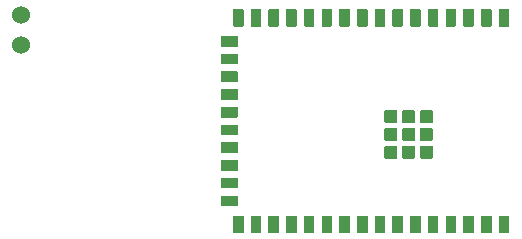
<source format=gbr>
G04 #@! TF.GenerationSoftware,KiCad,Pcbnew,(5.1.12)-1*
G04 #@! TF.CreationDate,2022-01-02T13:29:21+01:00*
G04 #@! TF.ProjectId,20210211_eduino,32303231-3032-4313-915f-656475696e6f,v1.0*
G04 #@! TF.SameCoordinates,Original*
G04 #@! TF.FileFunction,Paste,Bot*
G04 #@! TF.FilePolarity,Positive*
%FSLAX46Y46*%
G04 Gerber Fmt 4.6, Leading zero omitted, Abs format (unit mm)*
G04 Created by KiCad (PCBNEW (5.1.12)-1) date 2022-01-02 13:29:21*
%MOMM*%
%LPD*%
G01*
G04 APERTURE LIST*
%ADD10C,1.524000*%
G04 APERTURE END LIST*
G36*
G01*
X130198900Y-57810000D02*
X129441100Y-57810000D01*
G75*
G02*
X129370000Y-57738900I0J71100D01*
G01*
X129370000Y-56381100D01*
G75*
G02*
X129441100Y-56310000I71100J0D01*
G01*
X130198900Y-56310000D01*
G75*
G02*
X130270000Y-56381100I0J-71100D01*
G01*
X130270000Y-57738900D01*
G75*
G02*
X130198900Y-57810000I-71100J0D01*
G01*
G37*
G36*
G01*
X128698900Y-57810000D02*
X127941100Y-57810000D01*
G75*
G02*
X127870000Y-57738900I0J71100D01*
G01*
X127870000Y-56381100D01*
G75*
G02*
X127941100Y-56310000I71100J0D01*
G01*
X128698900Y-56310000D01*
G75*
G02*
X128770000Y-56381100I0J-71100D01*
G01*
X128770000Y-57738900D01*
G75*
G02*
X128698900Y-57810000I-71100J0D01*
G01*
G37*
G36*
G01*
X127198900Y-57810000D02*
X126441100Y-57810000D01*
G75*
G02*
X126370000Y-57738900I0J71100D01*
G01*
X126370000Y-56381100D01*
G75*
G02*
X126441100Y-56310000I71100J0D01*
G01*
X127198900Y-56310000D01*
G75*
G02*
X127270000Y-56381100I0J-71100D01*
G01*
X127270000Y-57738900D01*
G75*
G02*
X127198900Y-57810000I-71100J0D01*
G01*
G37*
G36*
G01*
X125698900Y-57810000D02*
X124941100Y-57810000D01*
G75*
G02*
X124870000Y-57738900I0J71100D01*
G01*
X124870000Y-56381100D01*
G75*
G02*
X124941100Y-56310000I71100J0D01*
G01*
X125698900Y-56310000D01*
G75*
G02*
X125770000Y-56381100I0J-71100D01*
G01*
X125770000Y-57738900D01*
G75*
G02*
X125698900Y-57810000I-71100J0D01*
G01*
G37*
G36*
G01*
X124198900Y-57810000D02*
X123441100Y-57810000D01*
G75*
G02*
X123370000Y-57738900I0J71100D01*
G01*
X123370000Y-56381100D01*
G75*
G02*
X123441100Y-56310000I71100J0D01*
G01*
X124198900Y-56310000D01*
G75*
G02*
X124270000Y-56381100I0J-71100D01*
G01*
X124270000Y-57738900D01*
G75*
G02*
X124198900Y-57810000I-71100J0D01*
G01*
G37*
G36*
G01*
X122698900Y-57810000D02*
X121941100Y-57810000D01*
G75*
G02*
X121870000Y-57738900I0J71100D01*
G01*
X121870000Y-56381100D01*
G75*
G02*
X121941100Y-56310000I71100J0D01*
G01*
X122698900Y-56310000D01*
G75*
G02*
X122770000Y-56381100I0J-71100D01*
G01*
X122770000Y-57738900D01*
G75*
G02*
X122698900Y-57810000I-71100J0D01*
G01*
G37*
G36*
G01*
X121198900Y-57810000D02*
X120441100Y-57810000D01*
G75*
G02*
X120370000Y-57738900I0J71100D01*
G01*
X120370000Y-56381100D01*
G75*
G02*
X120441100Y-56310000I71100J0D01*
G01*
X121198900Y-56310000D01*
G75*
G02*
X121270000Y-56381100I0J-71100D01*
G01*
X121270000Y-57738900D01*
G75*
G02*
X121198900Y-57810000I-71100J0D01*
G01*
G37*
G36*
G01*
X119698900Y-57810000D02*
X118941100Y-57810000D01*
G75*
G02*
X118870000Y-57738900I0J71100D01*
G01*
X118870000Y-56381100D01*
G75*
G02*
X118941100Y-56310000I71100J0D01*
G01*
X119698900Y-56310000D01*
G75*
G02*
X119770000Y-56381100I0J-71100D01*
G01*
X119770000Y-57738900D01*
G75*
G02*
X119698900Y-57810000I-71100J0D01*
G01*
G37*
G36*
G01*
X118198900Y-57810000D02*
X117441100Y-57810000D01*
G75*
G02*
X117370000Y-57738900I0J71100D01*
G01*
X117370000Y-56381100D01*
G75*
G02*
X117441100Y-56310000I71100J0D01*
G01*
X118198900Y-56310000D01*
G75*
G02*
X118270000Y-56381100I0J-71100D01*
G01*
X118270000Y-57738900D01*
G75*
G02*
X118198900Y-57810000I-71100J0D01*
G01*
G37*
G36*
G01*
X116698900Y-57810000D02*
X115941100Y-57810000D01*
G75*
G02*
X115870000Y-57738900I0J71100D01*
G01*
X115870000Y-56381100D01*
G75*
G02*
X115941100Y-56310000I71100J0D01*
G01*
X116698900Y-56310000D01*
G75*
G02*
X116770000Y-56381100I0J-71100D01*
G01*
X116770000Y-57738900D01*
G75*
G02*
X116698900Y-57810000I-71100J0D01*
G01*
G37*
G36*
G01*
X115198900Y-57810000D02*
X114441100Y-57810000D01*
G75*
G02*
X114370000Y-57738900I0J71100D01*
G01*
X114370000Y-56381100D01*
G75*
G02*
X114441100Y-56310000I71100J0D01*
G01*
X115198900Y-56310000D01*
G75*
G02*
X115270000Y-56381100I0J-71100D01*
G01*
X115270000Y-57738900D01*
G75*
G02*
X115198900Y-57810000I-71100J0D01*
G01*
G37*
G36*
G01*
X113698900Y-57810000D02*
X112941100Y-57810000D01*
G75*
G02*
X112870000Y-57738900I0J71100D01*
G01*
X112870000Y-56381100D01*
G75*
G02*
X112941100Y-56310000I71100J0D01*
G01*
X113698900Y-56310000D01*
G75*
G02*
X113770000Y-56381100I0J-71100D01*
G01*
X113770000Y-57738900D01*
G75*
G02*
X113698900Y-57810000I-71100J0D01*
G01*
G37*
G36*
G01*
X112198900Y-57810000D02*
X111441100Y-57810000D01*
G75*
G02*
X111370000Y-57738900I0J71100D01*
G01*
X111370000Y-56381100D01*
G75*
G02*
X111441100Y-56310000I71100J0D01*
G01*
X112198900Y-56310000D01*
G75*
G02*
X112270000Y-56381100I0J-71100D01*
G01*
X112270000Y-57738900D01*
G75*
G02*
X112198900Y-57810000I-71100J0D01*
G01*
G37*
G36*
G01*
X110698900Y-57810000D02*
X109941100Y-57810000D01*
G75*
G02*
X109870000Y-57738900I0J71100D01*
G01*
X109870000Y-56381100D01*
G75*
G02*
X109941100Y-56310000I71100J0D01*
G01*
X110698900Y-56310000D01*
G75*
G02*
X110770000Y-56381100I0J-71100D01*
G01*
X110770000Y-57738900D01*
G75*
G02*
X110698900Y-57810000I-71100J0D01*
G01*
G37*
G36*
G01*
X109198900Y-57810000D02*
X108441100Y-57810000D01*
G75*
G02*
X108370000Y-57738900I0J71100D01*
G01*
X108370000Y-56381100D01*
G75*
G02*
X108441100Y-56310000I71100J0D01*
G01*
X109198900Y-56310000D01*
G75*
G02*
X109270000Y-56381100I0J-71100D01*
G01*
X109270000Y-57738900D01*
G75*
G02*
X109198900Y-57810000I-71100J0D01*
G01*
G37*
G36*
G01*
X107698900Y-57810000D02*
X106941100Y-57810000D01*
G75*
G02*
X106870000Y-57738900I0J71100D01*
G01*
X106870000Y-56381100D01*
G75*
G02*
X106941100Y-56310000I71100J0D01*
G01*
X107698900Y-56310000D01*
G75*
G02*
X107770000Y-56381100I0J-71100D01*
G01*
X107770000Y-57738900D01*
G75*
G02*
X107698900Y-57810000I-71100J0D01*
G01*
G37*
G36*
G01*
X105820000Y-55438900D02*
X105820000Y-54681100D01*
G75*
G02*
X105891100Y-54610000I71100J0D01*
G01*
X107248900Y-54610000D01*
G75*
G02*
X107320000Y-54681100I0J-71100D01*
G01*
X107320000Y-55438900D01*
G75*
G02*
X107248900Y-55510000I-71100J0D01*
G01*
X105891100Y-55510000D01*
G75*
G02*
X105820000Y-55438900I0J71100D01*
G01*
G37*
G36*
G01*
X105820000Y-53938900D02*
X105820000Y-53181100D01*
G75*
G02*
X105891100Y-53110000I71100J0D01*
G01*
X107248900Y-53110000D01*
G75*
G02*
X107320000Y-53181100I0J-71100D01*
G01*
X107320000Y-53938900D01*
G75*
G02*
X107248900Y-54010000I-71100J0D01*
G01*
X105891100Y-54010000D01*
G75*
G02*
X105820000Y-53938900I0J71100D01*
G01*
G37*
G36*
G01*
X105820000Y-52438900D02*
X105820000Y-51681100D01*
G75*
G02*
X105891100Y-51610000I71100J0D01*
G01*
X107248900Y-51610000D01*
G75*
G02*
X107320000Y-51681100I0J-71100D01*
G01*
X107320000Y-52438900D01*
G75*
G02*
X107248900Y-52510000I-71100J0D01*
G01*
X105891100Y-52510000D01*
G75*
G02*
X105820000Y-52438900I0J71100D01*
G01*
G37*
G36*
G01*
X105820000Y-50938900D02*
X105820000Y-50181100D01*
G75*
G02*
X105891100Y-50110000I71100J0D01*
G01*
X107248900Y-50110000D01*
G75*
G02*
X107320000Y-50181100I0J-71100D01*
G01*
X107320000Y-50938900D01*
G75*
G02*
X107248900Y-51010000I-71100J0D01*
G01*
X105891100Y-51010000D01*
G75*
G02*
X105820000Y-50938900I0J71100D01*
G01*
G37*
G36*
G01*
X105820000Y-49438900D02*
X105820000Y-48681100D01*
G75*
G02*
X105891100Y-48610000I71100J0D01*
G01*
X107248900Y-48610000D01*
G75*
G02*
X107320000Y-48681100I0J-71100D01*
G01*
X107320000Y-49438900D01*
G75*
G02*
X107248900Y-49510000I-71100J0D01*
G01*
X105891100Y-49510000D01*
G75*
G02*
X105820000Y-49438900I0J71100D01*
G01*
G37*
G36*
G01*
X105820000Y-47938900D02*
X105820000Y-47181100D01*
G75*
G02*
X105891100Y-47110000I71100J0D01*
G01*
X107248900Y-47110000D01*
G75*
G02*
X107320000Y-47181100I0J-71100D01*
G01*
X107320000Y-47938900D01*
G75*
G02*
X107248900Y-48010000I-71100J0D01*
G01*
X105891100Y-48010000D01*
G75*
G02*
X105820000Y-47938900I0J71100D01*
G01*
G37*
G36*
G01*
X105820000Y-46438900D02*
X105820000Y-45681100D01*
G75*
G02*
X105891100Y-45610000I71100J0D01*
G01*
X107248900Y-45610000D01*
G75*
G02*
X107320000Y-45681100I0J-71100D01*
G01*
X107320000Y-46438900D01*
G75*
G02*
X107248900Y-46510000I-71100J0D01*
G01*
X105891100Y-46510000D01*
G75*
G02*
X105820000Y-46438900I0J71100D01*
G01*
G37*
G36*
G01*
X105820000Y-44938900D02*
X105820000Y-44181100D01*
G75*
G02*
X105891100Y-44110000I71100J0D01*
G01*
X107248900Y-44110000D01*
G75*
G02*
X107320000Y-44181100I0J-71100D01*
G01*
X107320000Y-44938900D01*
G75*
G02*
X107248900Y-45010000I-71100J0D01*
G01*
X105891100Y-45010000D01*
G75*
G02*
X105820000Y-44938900I0J71100D01*
G01*
G37*
G36*
G01*
X105820000Y-43438900D02*
X105820000Y-42681100D01*
G75*
G02*
X105891100Y-42610000I71100J0D01*
G01*
X107248900Y-42610000D01*
G75*
G02*
X107320000Y-42681100I0J-71100D01*
G01*
X107320000Y-43438900D01*
G75*
G02*
X107248900Y-43510000I-71100J0D01*
G01*
X105891100Y-43510000D01*
G75*
G02*
X105820000Y-43438900I0J71100D01*
G01*
G37*
G36*
G01*
X105820000Y-41938900D02*
X105820000Y-41181100D01*
G75*
G02*
X105891100Y-41110000I71100J0D01*
G01*
X107248900Y-41110000D01*
G75*
G02*
X107320000Y-41181100I0J-71100D01*
G01*
X107320000Y-41938900D01*
G75*
G02*
X107248900Y-42010000I-71100J0D01*
G01*
X105891100Y-42010000D01*
G75*
G02*
X105820000Y-41938900I0J71100D01*
G01*
G37*
G36*
G01*
X106941100Y-38810000D02*
X107698900Y-38810000D01*
G75*
G02*
X107770000Y-38881100I0J-71100D01*
G01*
X107770000Y-40238900D01*
G75*
G02*
X107698900Y-40310000I-71100J0D01*
G01*
X106941100Y-40310000D01*
G75*
G02*
X106870000Y-40238900I0J71100D01*
G01*
X106870000Y-38881100D01*
G75*
G02*
X106941100Y-38810000I71100J0D01*
G01*
G37*
G36*
G01*
X108441100Y-38810000D02*
X109198900Y-38810000D01*
G75*
G02*
X109270000Y-38881100I0J-71100D01*
G01*
X109270000Y-40238900D01*
G75*
G02*
X109198900Y-40310000I-71100J0D01*
G01*
X108441100Y-40310000D01*
G75*
G02*
X108370000Y-40238900I0J71100D01*
G01*
X108370000Y-38881100D01*
G75*
G02*
X108441100Y-38810000I71100J0D01*
G01*
G37*
G36*
G01*
X109941100Y-38810000D02*
X110698900Y-38810000D01*
G75*
G02*
X110770000Y-38881100I0J-71100D01*
G01*
X110770000Y-40238900D01*
G75*
G02*
X110698900Y-40310000I-71100J0D01*
G01*
X109941100Y-40310000D01*
G75*
G02*
X109870000Y-40238900I0J71100D01*
G01*
X109870000Y-38881100D01*
G75*
G02*
X109941100Y-38810000I71100J0D01*
G01*
G37*
G36*
G01*
X111441100Y-38810000D02*
X112198900Y-38810000D01*
G75*
G02*
X112270000Y-38881100I0J-71100D01*
G01*
X112270000Y-40238900D01*
G75*
G02*
X112198900Y-40310000I-71100J0D01*
G01*
X111441100Y-40310000D01*
G75*
G02*
X111370000Y-40238900I0J71100D01*
G01*
X111370000Y-38881100D01*
G75*
G02*
X111441100Y-38810000I71100J0D01*
G01*
G37*
G36*
G01*
X112941100Y-38810000D02*
X113698900Y-38810000D01*
G75*
G02*
X113770000Y-38881100I0J-71100D01*
G01*
X113770000Y-40238900D01*
G75*
G02*
X113698900Y-40310000I-71100J0D01*
G01*
X112941100Y-40310000D01*
G75*
G02*
X112870000Y-40238900I0J71100D01*
G01*
X112870000Y-38881100D01*
G75*
G02*
X112941100Y-38810000I71100J0D01*
G01*
G37*
G36*
G01*
X114441100Y-38810000D02*
X115198900Y-38810000D01*
G75*
G02*
X115270000Y-38881100I0J-71100D01*
G01*
X115270000Y-40238900D01*
G75*
G02*
X115198900Y-40310000I-71100J0D01*
G01*
X114441100Y-40310000D01*
G75*
G02*
X114370000Y-40238900I0J71100D01*
G01*
X114370000Y-38881100D01*
G75*
G02*
X114441100Y-38810000I71100J0D01*
G01*
G37*
G36*
G01*
X115941100Y-38810000D02*
X116698900Y-38810000D01*
G75*
G02*
X116770000Y-38881100I0J-71100D01*
G01*
X116770000Y-40238900D01*
G75*
G02*
X116698900Y-40310000I-71100J0D01*
G01*
X115941100Y-40310000D01*
G75*
G02*
X115870000Y-40238900I0J71100D01*
G01*
X115870000Y-38881100D01*
G75*
G02*
X115941100Y-38810000I71100J0D01*
G01*
G37*
G36*
G01*
X117441100Y-38810000D02*
X118198900Y-38810000D01*
G75*
G02*
X118270000Y-38881100I0J-71100D01*
G01*
X118270000Y-40238900D01*
G75*
G02*
X118198900Y-40310000I-71100J0D01*
G01*
X117441100Y-40310000D01*
G75*
G02*
X117370000Y-40238900I0J71100D01*
G01*
X117370000Y-38881100D01*
G75*
G02*
X117441100Y-38810000I71100J0D01*
G01*
G37*
G36*
G01*
X118941100Y-38810000D02*
X119698900Y-38810000D01*
G75*
G02*
X119770000Y-38881100I0J-71100D01*
G01*
X119770000Y-40238900D01*
G75*
G02*
X119698900Y-40310000I-71100J0D01*
G01*
X118941100Y-40310000D01*
G75*
G02*
X118870000Y-40238900I0J71100D01*
G01*
X118870000Y-38881100D01*
G75*
G02*
X118941100Y-38810000I71100J0D01*
G01*
G37*
G36*
G01*
X120441100Y-38810000D02*
X121198900Y-38810000D01*
G75*
G02*
X121270000Y-38881100I0J-71100D01*
G01*
X121270000Y-40238900D01*
G75*
G02*
X121198900Y-40310000I-71100J0D01*
G01*
X120441100Y-40310000D01*
G75*
G02*
X120370000Y-40238900I0J71100D01*
G01*
X120370000Y-38881100D01*
G75*
G02*
X120441100Y-38810000I71100J0D01*
G01*
G37*
G36*
G01*
X121941100Y-38810000D02*
X122698900Y-38810000D01*
G75*
G02*
X122770000Y-38881100I0J-71100D01*
G01*
X122770000Y-40238900D01*
G75*
G02*
X122698900Y-40310000I-71100J0D01*
G01*
X121941100Y-40310000D01*
G75*
G02*
X121870000Y-40238900I0J71100D01*
G01*
X121870000Y-38881100D01*
G75*
G02*
X121941100Y-38810000I71100J0D01*
G01*
G37*
G36*
G01*
X123441100Y-38810000D02*
X124198900Y-38810000D01*
G75*
G02*
X124270000Y-38881100I0J-71100D01*
G01*
X124270000Y-40238900D01*
G75*
G02*
X124198900Y-40310000I-71100J0D01*
G01*
X123441100Y-40310000D01*
G75*
G02*
X123370000Y-40238900I0J71100D01*
G01*
X123370000Y-38881100D01*
G75*
G02*
X123441100Y-38810000I71100J0D01*
G01*
G37*
G36*
G01*
X124941100Y-38810000D02*
X125698900Y-38810000D01*
G75*
G02*
X125770000Y-38881100I0J-71100D01*
G01*
X125770000Y-40238900D01*
G75*
G02*
X125698900Y-40310000I-71100J0D01*
G01*
X124941100Y-40310000D01*
G75*
G02*
X124870000Y-40238900I0J71100D01*
G01*
X124870000Y-38881100D01*
G75*
G02*
X124941100Y-38810000I71100J0D01*
G01*
G37*
G36*
G01*
X126441100Y-38810000D02*
X127198900Y-38810000D01*
G75*
G02*
X127270000Y-38881100I0J-71100D01*
G01*
X127270000Y-40238900D01*
G75*
G02*
X127198900Y-40310000I-71100J0D01*
G01*
X126441100Y-40310000D01*
G75*
G02*
X126370000Y-40238900I0J71100D01*
G01*
X126370000Y-38881100D01*
G75*
G02*
X126441100Y-38810000I71100J0D01*
G01*
G37*
G36*
G01*
X127941100Y-38810000D02*
X128698900Y-38810000D01*
G75*
G02*
X128770000Y-38881100I0J-71100D01*
G01*
X128770000Y-40238900D01*
G75*
G02*
X128698900Y-40310000I-71100J0D01*
G01*
X127941100Y-40310000D01*
G75*
G02*
X127870000Y-40238900I0J71100D01*
G01*
X127870000Y-38881100D01*
G75*
G02*
X127941100Y-38810000I71100J0D01*
G01*
G37*
G36*
G01*
X129441100Y-38810000D02*
X130198900Y-38810000D01*
G75*
G02*
X130270000Y-38881100I0J-71100D01*
G01*
X130270000Y-40238900D01*
G75*
G02*
X130198900Y-40310000I-71100J0D01*
G01*
X129441100Y-40310000D01*
G75*
G02*
X129370000Y-40238900I0J71100D01*
G01*
X129370000Y-38881100D01*
G75*
G02*
X129441100Y-38810000I71100J0D01*
G01*
G37*
G36*
G01*
X122781900Y-50400000D02*
X123708100Y-50400000D01*
G75*
G02*
X123795000Y-50486900I0J-86900D01*
G01*
X123795000Y-51413100D01*
G75*
G02*
X123708100Y-51500000I-86900J0D01*
G01*
X122781900Y-51500000D01*
G75*
G02*
X122695000Y-51413100I0J86900D01*
G01*
X122695000Y-50486900D01*
G75*
G02*
X122781900Y-50400000I86900J0D01*
G01*
G37*
G36*
G01*
X122781900Y-48900000D02*
X123708100Y-48900000D01*
G75*
G02*
X123795000Y-48986900I0J-86900D01*
G01*
X123795000Y-49913100D01*
G75*
G02*
X123708100Y-50000000I-86900J0D01*
G01*
X122781900Y-50000000D01*
G75*
G02*
X122695000Y-49913100I0J86900D01*
G01*
X122695000Y-48986900D01*
G75*
G02*
X122781900Y-48900000I86900J0D01*
G01*
G37*
G36*
G01*
X122781900Y-47400000D02*
X123708100Y-47400000D01*
G75*
G02*
X123795000Y-47486900I0J-86900D01*
G01*
X123795000Y-48413100D01*
G75*
G02*
X123708100Y-48500000I-86900J0D01*
G01*
X122781900Y-48500000D01*
G75*
G02*
X122695000Y-48413100I0J86900D01*
G01*
X122695000Y-47486900D01*
G75*
G02*
X122781900Y-47400000I86900J0D01*
G01*
G37*
G36*
G01*
X121281900Y-50400000D02*
X122208100Y-50400000D01*
G75*
G02*
X122295000Y-50486900I0J-86900D01*
G01*
X122295000Y-51413100D01*
G75*
G02*
X122208100Y-51500000I-86900J0D01*
G01*
X121281900Y-51500000D01*
G75*
G02*
X121195000Y-51413100I0J86900D01*
G01*
X121195000Y-50486900D01*
G75*
G02*
X121281900Y-50400000I86900J0D01*
G01*
G37*
G36*
G01*
X121281900Y-48900000D02*
X122208100Y-48900000D01*
G75*
G02*
X122295000Y-48986900I0J-86900D01*
G01*
X122295000Y-49913100D01*
G75*
G02*
X122208100Y-50000000I-86900J0D01*
G01*
X121281900Y-50000000D01*
G75*
G02*
X121195000Y-49913100I0J86900D01*
G01*
X121195000Y-48986900D01*
G75*
G02*
X121281900Y-48900000I86900J0D01*
G01*
G37*
G36*
G01*
X121281900Y-47400000D02*
X122208100Y-47400000D01*
G75*
G02*
X122295000Y-47486900I0J-86900D01*
G01*
X122295000Y-48413100D01*
G75*
G02*
X122208100Y-48500000I-86900J0D01*
G01*
X121281900Y-48500000D01*
G75*
G02*
X121195000Y-48413100I0J86900D01*
G01*
X121195000Y-47486900D01*
G75*
G02*
X121281900Y-47400000I86900J0D01*
G01*
G37*
G36*
G01*
X119781900Y-50400000D02*
X120708100Y-50400000D01*
G75*
G02*
X120795000Y-50486900I0J-86900D01*
G01*
X120795000Y-51413100D01*
G75*
G02*
X120708100Y-51500000I-86900J0D01*
G01*
X119781900Y-51500000D01*
G75*
G02*
X119695000Y-51413100I0J86900D01*
G01*
X119695000Y-50486900D01*
G75*
G02*
X119781900Y-50400000I86900J0D01*
G01*
G37*
G36*
G01*
X119781900Y-48900000D02*
X120708100Y-48900000D01*
G75*
G02*
X120795000Y-48986900I0J-86900D01*
G01*
X120795000Y-49913100D01*
G75*
G02*
X120708100Y-50000000I-86900J0D01*
G01*
X119781900Y-50000000D01*
G75*
G02*
X119695000Y-49913100I0J86900D01*
G01*
X119695000Y-48986900D01*
G75*
G02*
X119781900Y-48900000I86900J0D01*
G01*
G37*
G36*
G01*
X119781900Y-47400000D02*
X120708100Y-47400000D01*
G75*
G02*
X120795000Y-47486900I0J-86900D01*
G01*
X120795000Y-48413100D01*
G75*
G02*
X120708100Y-48500000I-86900J0D01*
G01*
X119781900Y-48500000D01*
G75*
G02*
X119695000Y-48413100I0J86900D01*
G01*
X119695000Y-47486900D01*
G75*
G02*
X119781900Y-47400000I86900J0D01*
G01*
G37*
D10*
X88964000Y-41846500D03*
X88964000Y-39306500D03*
M02*

</source>
